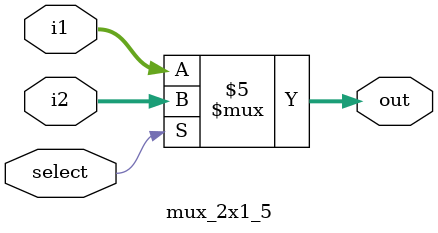
<source format=v>
module mux_2x1_5(i1, i2, select, out);

input [4:0] i1, i2;
input select;
output [4:0] out;
reg [4:0] out=0;

always@(i1 or i2 or select)
begin
if(select== 0)
begin
out <= i1;
end
else
begin
out <= i2;
end
end

endmodule
</source>
